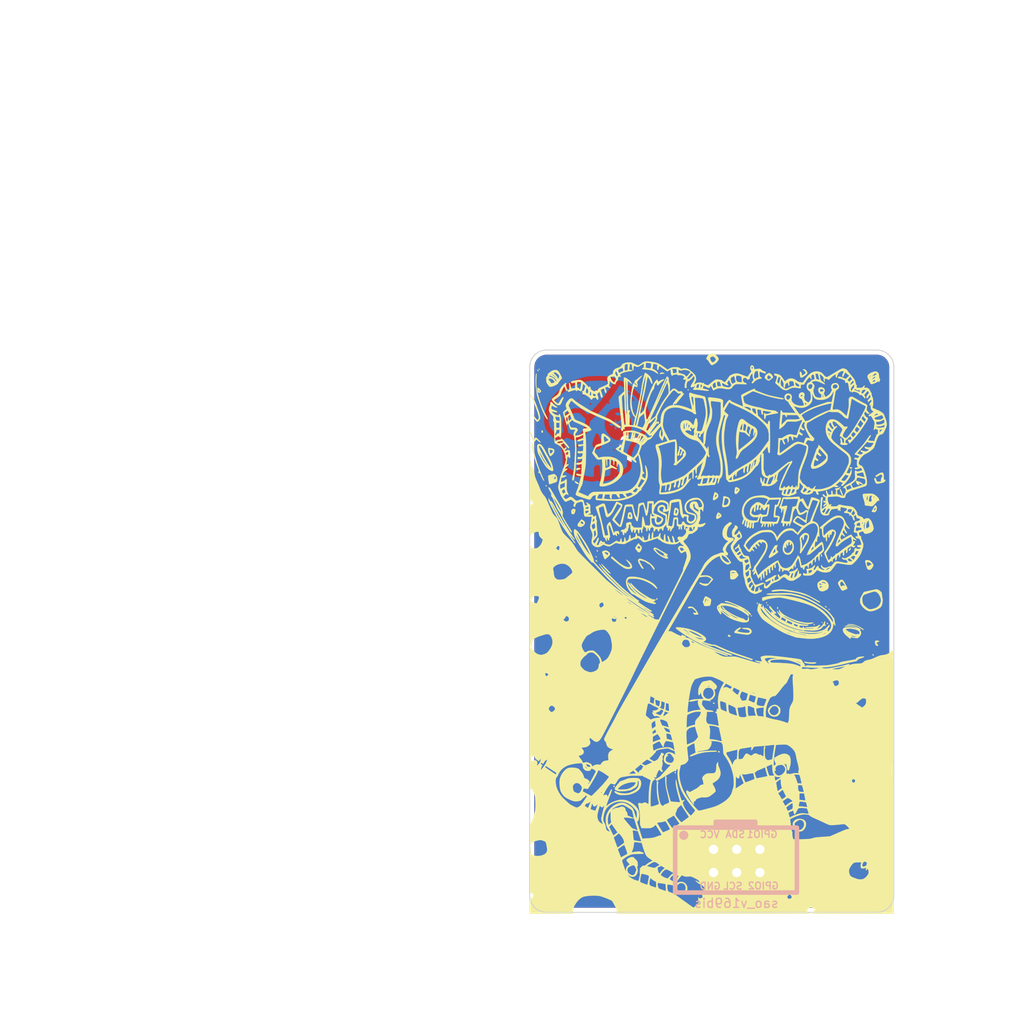
<source format=kicad_pcb>
(kicad_pcb (version 20211014) (generator pcbnew)
  (layers (0 "F.Cu" signal) (31 "B.Cu" signal) (34 "B.Paste" user) (35 "F.Paste" user) (36 "B.SilkS" user "B.Silkscreen") (37 "F.SilkS" user "F.Silkscreen") (38 "B.Mask" user) (39 "F.Mask" user) (44 "Edge.Cuts" user))
  (net 0 "")
  (footprint "LOGO" (layer "F.Cu") (at 73.8284 37.6367)
    (fp_text reference "G***" hide)
    (fp_text value "LOGO" hide)
  )
  (footprint "LOGO" (layer "F.Cu") (at 73.8284 37.6367)
    (fp_text reference "G***" hide)
    (fp_text value "LOGO" hide)
  )
  (footprint "LOGO" (layer "F.Cu") (at 73.8284 37.6367)
    (fp_text reference "G***" hide)
    (fp_text value "LOGO" hide)
  )
  (footprint "LOGO" (layer "F.Cu") (at 73.8284 37.6367)
    (fp_text reference "G***" hide)
    (fp_text value "LOGO" hide)
  )
  (footprint "BadgePirates:Badgelife-SAOv169-SAO_Side_B.SLK" (layer "F.Cu") (at 151.3332 130.6068)
    (fp_text reference "X1" hide)
    (fp_text value "sao_v169bis")
  )
  (footprint "LOGO" (layer "F.Cu") (at 73.8284 37.6367)
    (fp_text reference "G***" hide)
    (fp_text value "LOGO" hide)
  )
  (footprint "LOGO" (layer "F.Cu") (at 73.8284 37.6367)
    (fp_text reference "G***" hide)
    (fp_text value "LOGO" hide)
  )
  (footprint "LOGO" (layer "F.Cu") (at 73.8284 37.6367)
    (fp_text reference "G***" hide)
    (fp_text value "LOGO" hide)
  )
  (footprint "BadgePiratesLogos:BPSkull_Distressed_F.CU" (layer "B.Cu") (at 136.4488 83.185 180)
    (fp_text reference "G***" hide)
    (fp_text value "BP LOGO" hide)
  )
  (gr_line (start 168.3934 135.6127) (end 168.2624 135.7327) (layer "Edge.Cuts") (width 0.1))
  (gr_line (start 129.8644 135.8387) (end 129.7214 135.7327) (layer "Edge.Cuts") (width 0.1))
  (gr_line (start 130.5284 136.1177) (end 130.3494 136.0717) (layer "Edge.Cuts") (width 0.1))
  (gr_line (start 129.5894 75.1057) (end 129.7214 74.9857) (layer "Edge.Cuts") (width 0.1))
  (gr_line (start 168.9264 134.4897) (end 168.8984 134.6747) (layer "Edge.Cuts") (width 0.1))
  (gr_line (start 167.9664 74.7867) (end 168.1194 74.8797) (layer "Edge.Cuts") (width 0.1))
  (gr_line (start 167.4554 136.1177) (end 167.2704 136.1457) (layer "Edge.Cuts") (width 0.1))
  (gr_line (start 129.7214 135.7327) (end 129.5894 135.6127) (layer "Edge.Cuts") (width 0.1))
  (gr_line (start 168.8984 76.0437) (end 168.9264 76.2287) (layer "Edge.Cuts") (width 0.1))
  (gr_line (start 168.5134 135.4817) (end 168.3934 135.6127) (layer "Edge.Cuts") (width 0.1))
  (gr_line (start 167.0804 136.1547) (end 130.9024 136.1547) (layer "Edge.Cuts") (width 0.1))
  (gr_line (start 130.3494 136.0717) (end 130.1794 136.0097) (layer "Edge.Cuts") (width 0.1))
  (gr_line (start 129.0474 76.4187) (end 129.0574 76.2287) (layer "Edge.Cuts") (width 0.1))
  (gr_line (start 168.9354 76.4187) (end 168.9354 134.2997) (layer "Edge.Cuts") (width 0.1))
  (gr_line (start 168.6194 75.3797) (end 168.7124 75.5327) (layer "Edge.Cuts") (width 0.1))
  (gr_line (start 130.7124 136.1457) (end 130.5284 136.1177) (layer "Edge.Cuts") (width 0.1))
  (gr_line (start 168.3934 75.1057) (end 168.5134 75.2377) (layer "Edge.Cuts") (width 0.1))
  (gr_line (start 129.1304 75.8657) (end 129.1924 75.6957) (layer "Edge.Cuts") (width 0.1))
  (gr_line (start 168.6194 135.3387) (end 168.5134 135.4817) (layer "Edge.Cuts") (width 0.1))
  (gr_line (start 129.0854 76.0437) (end 129.1304 75.8657) (layer "Edge.Cuts") (width 0.1))
  (gr_line (start 130.3494 74.6467) (end 130.5284 74.6007) (layer "Edge.Cuts") (width 0.1))
  (gr_line (start 168.9264 76.2287) (end 168.9354 76.4187) (layer "Edge.Cuts") (width 0.1))
  (gr_line (start 129.4704 135.4817) (end 129.3634 135.3387) (layer "Edge.Cuts") (width 0.1))
  (gr_line (start 168.8984 134.6747) (end 168.8524 134.8527) (layer "Edge.Cuts") (width 0.1))
  (gr_line (start 167.0804 74.5637) (end 167.2704 74.5727) (layer "Edge.Cuts") (width 0.1))
  (gr_line (start 130.9024 136.1547) (end 130.7124 136.1457) (layer "Edge.Cuts") (width 0.1))
  (gr_line (start 129.4704 75.2377) (end 129.5894 75.1057) (layer "Edge.Cuts") (width 0.1))
  (gr_line (start 168.8524 75.8657) (end 168.8984 76.0437) (layer "Edge.Cuts") (width 0.1))
  (gr_line (start 167.2704 74.5727) (end 167.4554 74.6007) (layer "Edge.Cuts") (width 0.1))
  (gr_line (start 129.1924 75.6957) (end 129.2704 75.5327) (layer "Edge.Cuts") (width 0.1))
  (gr_line (start 129.2704 75.5327) (end 129.3634 75.3797) (layer "Edge.Cuts") (width 0.1))
  (gr_line (start 129.3634 135.3387) (end 129.2704 135.1857) (layer "Edge.Cuts") (width 0.1))
  (gr_line (start 167.4554 74.6007) (end 167.6334 74.6467) (layer "Edge.Cuts") (width 0.1))
  (gr_line (start 130.1794 74.7087) (end 130.3494 74.6467) (layer "Edge.Cuts") (width 0.1))
  (gr_line (start 168.5134 75.2377) (end 168.6194 75.3797) (layer "Edge.Cuts") (width 0.1))
  (gr_line (start 129.0574 134.4897) (end 129.0474 134.2997) (layer "Edge.Cuts") (width 0.1))
  (gr_line (start 129.0474 134.2997) (end 129.0474 76.4187) (layer "Edge.Cuts") (width 0.1))
  (gr_line (start 167.9664 135.9317) (end 167.8044 136.0097) (layer "Edge.Cuts") (width 0.1))
  (gr_line (start 167.8044 136.0097) (end 167.6334 136.0717) (layer "Edge.Cuts") (width 0.1))
  (gr_line (start 129.2704 135.1857) (end 129.1924 135.0237) (layer "Edge.Cuts") (width 0.1))
  (gr_line (start 130.5284 74.6007) (end 130.7124 74.5727) (layer "Edge.Cuts") (width 0.1))
  (gr_line (start 167.6334 74.6467) (end 167.8044 74.7087) (layer "Edge.Cuts") (width 0.1))
  (gr_line (start 130.7124 74.5727) (end 130.9024 74.5637) (layer "Edge.Cuts") (width 0.1))
  (gr_line (start 130.0174 74.7867) (end 130.1794 74.7087) (layer "Edge.Cuts") (width 0.1))
  (gr_line (start 168.8524 134.8527) (end 168.7904 135.0237) (layer "Edge.Cuts") (width 0.1))
  (gr_line (start 130.9024 74.5637) (end 130.9024 74.5637) (layer "Edge.Cuts") (width 0.1))
  (gr_line (start 167.8044 74.7087) (end 167.9664 74.7867) (layer "Edge.Cuts") (width 0.1))
  (gr_line (start 168.7124 135.1857) (end 168.6194 135.3387) (layer "Edge.Cuts") (width 0.1))
  (gr_line (start 130.1794 136.0097) (end 130.0174 135.9317) (layer "Edge.Cuts") (width 0.1))
  (gr_line (start 129.8644 74.8797) (end 130.0174 74.7867) (layer "Edge.Cuts") (width 0.1))
  (gr_line (start 168.1194 135.8387) (end 167.9664 135.9317) (layer "Edge.Cuts") (width 0.1))
  (gr_line (start 168.7124 75.5327) (end 168.7904 75.6957) (layer "Edge.Cuts") (width 0.1))
  (gr_line (start 129.0854 134.6747) (end 129.0574 134.4897) (layer "Edge.Cuts") (width 0.1))
  (gr_line (start 129.0574 76.2287) (end 129.0854 76.0437) (layer "Edge.Cuts") (width 0.1))
  (gr_line (start 167.6334 136.0717) (end 167.4554 136.1177) (layer "Edge.Cuts") (width 0.1))
  (gr_line (start 129.7214 74.9857) (end 129.8644 74.8797) (layer "Edge.Cuts") (width 0.1))
  (gr_line (start 130.9024 74.5637) (end 130.9024 74.5637) (layer "Edge.Cuts") (width 0.1))
  (gr_line (start 168.2624 74.9857) (end 168.3934 75.1057) (layer "Edge.Cuts") (width 0.1))
  (gr_line (start 168.7904 75.6957) (end 168.8524 75.8657) (layer "Edge.Cuts") (width 0.1))
  (gr_line (start 130.0174 135.9317) (end 129.8644 135.8387) (layer "Edge.Cuts") (width 0.1))
  (gr_line (start 168.7904 135.0237) (end 168.7124 135.1857) (layer "Edge.Cuts") (width 0.1))
  (gr_line (start 129.1304 134.8527) (end 129.0854 134.6747) (layer "Edge.Cuts") (width 0.1))
  (gr_line (start 129.1924 135.0237) (end 129.1304 134.8527) (layer "Edge.Cuts") (width 0.1))
  (gr_line (start 168.2624 135.7327) (end 168.1194 135.8387) (layer "Edge.Cuts") (width 0.1))
  (gr_line (start 130.9024 74.5637) (end 167.0804 74.5637) (layer "Edge.Cuts") (width 0.1))
  (gr_line (start 129.3634 75.3797) (end 129.4704 75.2377) (layer "Edge.Cuts") (width 0.1))
  (gr_line (start 167.2704 136.1457) (end 167.0804 136.1547) (layer "Edge.Cuts") (width 0.1))
  (gr_line (start 129.5894 135.6127) (end 129.4704 135.4817) (layer "Edge.Cuts") (width 0.1))
  (gr_line (start 168.1194 74.8797) (end 168.2624 74.9857) (layer "Edge.Cuts") (width 0.1))
  (gr_line (start 168.9354 134.2997) (end 168.9264 134.4897) (layer "Edge.Cuts") (width 0.1))
  (zone (net 0) (net_name "") (layers F&B.Cu) (connect_pads (clearance 0.508)) (min_thickness 0.254) (fill yes (thermal_gap 0.508) (thermal_bridge_width 0.508))
    (polygon (pts (xy 171.9834 72.39) (xy 171.9834 140.9954) (xy 127.254 140.6652) (xy 127.254 140.335) (xy 127.0762 72.3138)))
  )
)
</source>
